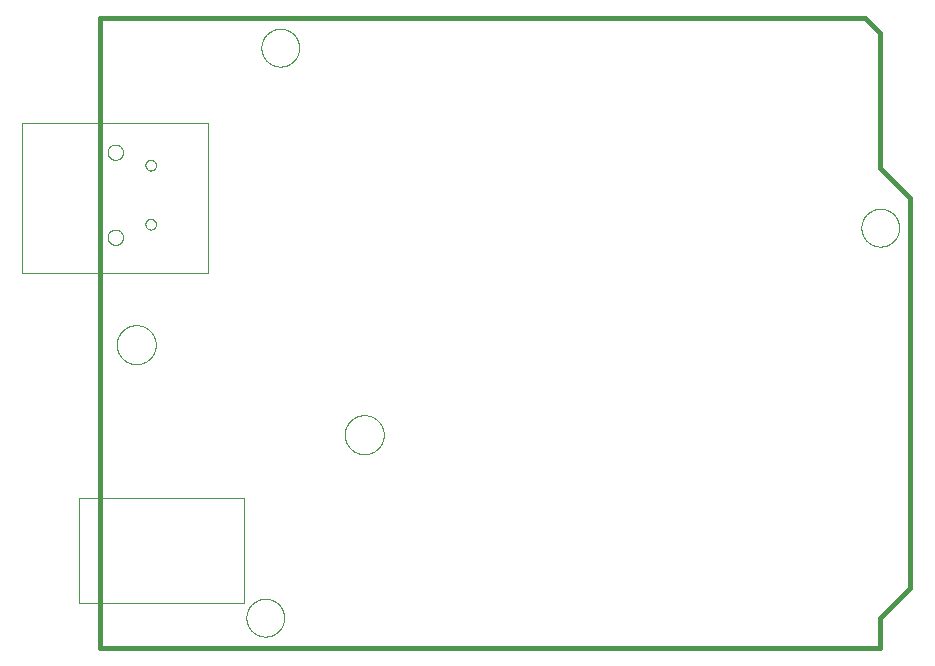
<source format=gbo>
G75*
%MOIN*%
%OFA0B0*%
%FSLAX25Y25*%
%IPPOS*%
%LPD*%
%AMOC8*
5,1,8,0,0,1.08239X$1,22.5*
%
%ADD10C,0.01600*%
%ADD11C,0.00000*%
D10*
X0027000Y0006800D02*
X0027000Y0216800D01*
X0282000Y0216800D01*
X0287000Y0211800D01*
X0287000Y0166800D01*
X0297000Y0156800D01*
X0297000Y0026800D01*
X0287000Y0016800D01*
X0287000Y0006800D01*
X0027000Y0006800D01*
D11*
X0027000Y0216800D01*
X0281000Y0216800D01*
X0287000Y0210800D01*
X0287000Y0165800D01*
X0297000Y0155800D01*
X0297000Y0026800D01*
X0287000Y0016800D01*
X0287000Y0006800D01*
X0027000Y0006800D01*
X0020000Y0021800D02*
X0020000Y0056800D01*
X0075000Y0056800D01*
X0075000Y0021800D01*
X0020000Y0021800D01*
X0075701Y0016800D02*
X0075703Y0016958D01*
X0075709Y0017116D01*
X0075719Y0017274D01*
X0075733Y0017432D01*
X0075751Y0017589D01*
X0075772Y0017746D01*
X0075798Y0017902D01*
X0075828Y0018058D01*
X0075861Y0018213D01*
X0075899Y0018366D01*
X0075940Y0018519D01*
X0075985Y0018671D01*
X0076034Y0018822D01*
X0076087Y0018971D01*
X0076143Y0019119D01*
X0076203Y0019265D01*
X0076267Y0019410D01*
X0076335Y0019553D01*
X0076406Y0019695D01*
X0076480Y0019835D01*
X0076558Y0019972D01*
X0076640Y0020108D01*
X0076724Y0020242D01*
X0076813Y0020373D01*
X0076904Y0020502D01*
X0076999Y0020629D01*
X0077096Y0020754D01*
X0077197Y0020876D01*
X0077301Y0020995D01*
X0077408Y0021112D01*
X0077518Y0021226D01*
X0077631Y0021337D01*
X0077746Y0021446D01*
X0077864Y0021551D01*
X0077985Y0021653D01*
X0078108Y0021753D01*
X0078234Y0021849D01*
X0078362Y0021942D01*
X0078492Y0022032D01*
X0078625Y0022118D01*
X0078760Y0022202D01*
X0078896Y0022281D01*
X0079035Y0022358D01*
X0079176Y0022430D01*
X0079318Y0022500D01*
X0079462Y0022565D01*
X0079608Y0022627D01*
X0079755Y0022685D01*
X0079904Y0022740D01*
X0080054Y0022791D01*
X0080205Y0022838D01*
X0080357Y0022881D01*
X0080510Y0022920D01*
X0080665Y0022956D01*
X0080820Y0022987D01*
X0080976Y0023015D01*
X0081132Y0023039D01*
X0081289Y0023059D01*
X0081447Y0023075D01*
X0081604Y0023087D01*
X0081763Y0023095D01*
X0081921Y0023099D01*
X0082079Y0023099D01*
X0082237Y0023095D01*
X0082396Y0023087D01*
X0082553Y0023075D01*
X0082711Y0023059D01*
X0082868Y0023039D01*
X0083024Y0023015D01*
X0083180Y0022987D01*
X0083335Y0022956D01*
X0083490Y0022920D01*
X0083643Y0022881D01*
X0083795Y0022838D01*
X0083946Y0022791D01*
X0084096Y0022740D01*
X0084245Y0022685D01*
X0084392Y0022627D01*
X0084538Y0022565D01*
X0084682Y0022500D01*
X0084824Y0022430D01*
X0084965Y0022358D01*
X0085104Y0022281D01*
X0085240Y0022202D01*
X0085375Y0022118D01*
X0085508Y0022032D01*
X0085638Y0021942D01*
X0085766Y0021849D01*
X0085892Y0021753D01*
X0086015Y0021653D01*
X0086136Y0021551D01*
X0086254Y0021446D01*
X0086369Y0021337D01*
X0086482Y0021226D01*
X0086592Y0021112D01*
X0086699Y0020995D01*
X0086803Y0020876D01*
X0086904Y0020754D01*
X0087001Y0020629D01*
X0087096Y0020502D01*
X0087187Y0020373D01*
X0087276Y0020242D01*
X0087360Y0020108D01*
X0087442Y0019972D01*
X0087520Y0019835D01*
X0087594Y0019695D01*
X0087665Y0019553D01*
X0087733Y0019410D01*
X0087797Y0019265D01*
X0087857Y0019119D01*
X0087913Y0018971D01*
X0087966Y0018822D01*
X0088015Y0018671D01*
X0088060Y0018519D01*
X0088101Y0018366D01*
X0088139Y0018213D01*
X0088172Y0018058D01*
X0088202Y0017902D01*
X0088228Y0017746D01*
X0088249Y0017589D01*
X0088267Y0017432D01*
X0088281Y0017274D01*
X0088291Y0017116D01*
X0088297Y0016958D01*
X0088299Y0016800D01*
X0088297Y0016642D01*
X0088291Y0016484D01*
X0088281Y0016326D01*
X0088267Y0016168D01*
X0088249Y0016011D01*
X0088228Y0015854D01*
X0088202Y0015698D01*
X0088172Y0015542D01*
X0088139Y0015387D01*
X0088101Y0015234D01*
X0088060Y0015081D01*
X0088015Y0014929D01*
X0087966Y0014778D01*
X0087913Y0014629D01*
X0087857Y0014481D01*
X0087797Y0014335D01*
X0087733Y0014190D01*
X0087665Y0014047D01*
X0087594Y0013905D01*
X0087520Y0013765D01*
X0087442Y0013628D01*
X0087360Y0013492D01*
X0087276Y0013358D01*
X0087187Y0013227D01*
X0087096Y0013098D01*
X0087001Y0012971D01*
X0086904Y0012846D01*
X0086803Y0012724D01*
X0086699Y0012605D01*
X0086592Y0012488D01*
X0086482Y0012374D01*
X0086369Y0012263D01*
X0086254Y0012154D01*
X0086136Y0012049D01*
X0086015Y0011947D01*
X0085892Y0011847D01*
X0085766Y0011751D01*
X0085638Y0011658D01*
X0085508Y0011568D01*
X0085375Y0011482D01*
X0085240Y0011398D01*
X0085104Y0011319D01*
X0084965Y0011242D01*
X0084824Y0011170D01*
X0084682Y0011100D01*
X0084538Y0011035D01*
X0084392Y0010973D01*
X0084245Y0010915D01*
X0084096Y0010860D01*
X0083946Y0010809D01*
X0083795Y0010762D01*
X0083643Y0010719D01*
X0083490Y0010680D01*
X0083335Y0010644D01*
X0083180Y0010613D01*
X0083024Y0010585D01*
X0082868Y0010561D01*
X0082711Y0010541D01*
X0082553Y0010525D01*
X0082396Y0010513D01*
X0082237Y0010505D01*
X0082079Y0010501D01*
X0081921Y0010501D01*
X0081763Y0010505D01*
X0081604Y0010513D01*
X0081447Y0010525D01*
X0081289Y0010541D01*
X0081132Y0010561D01*
X0080976Y0010585D01*
X0080820Y0010613D01*
X0080665Y0010644D01*
X0080510Y0010680D01*
X0080357Y0010719D01*
X0080205Y0010762D01*
X0080054Y0010809D01*
X0079904Y0010860D01*
X0079755Y0010915D01*
X0079608Y0010973D01*
X0079462Y0011035D01*
X0079318Y0011100D01*
X0079176Y0011170D01*
X0079035Y0011242D01*
X0078896Y0011319D01*
X0078760Y0011398D01*
X0078625Y0011482D01*
X0078492Y0011568D01*
X0078362Y0011658D01*
X0078234Y0011751D01*
X0078108Y0011847D01*
X0077985Y0011947D01*
X0077864Y0012049D01*
X0077746Y0012154D01*
X0077631Y0012263D01*
X0077518Y0012374D01*
X0077408Y0012488D01*
X0077301Y0012605D01*
X0077197Y0012724D01*
X0077096Y0012846D01*
X0076999Y0012971D01*
X0076904Y0013098D01*
X0076813Y0013227D01*
X0076724Y0013358D01*
X0076640Y0013492D01*
X0076558Y0013628D01*
X0076480Y0013765D01*
X0076406Y0013905D01*
X0076335Y0014047D01*
X0076267Y0014190D01*
X0076203Y0014335D01*
X0076143Y0014481D01*
X0076087Y0014629D01*
X0076034Y0014778D01*
X0075985Y0014929D01*
X0075940Y0015081D01*
X0075899Y0015234D01*
X0075861Y0015387D01*
X0075828Y0015542D01*
X0075798Y0015698D01*
X0075772Y0015854D01*
X0075751Y0016011D01*
X0075733Y0016168D01*
X0075719Y0016326D01*
X0075709Y0016484D01*
X0075703Y0016642D01*
X0075701Y0016800D01*
X0108500Y0077800D02*
X0108502Y0077961D01*
X0108508Y0078121D01*
X0108518Y0078282D01*
X0108532Y0078442D01*
X0108550Y0078602D01*
X0108571Y0078761D01*
X0108597Y0078920D01*
X0108627Y0079078D01*
X0108660Y0079235D01*
X0108698Y0079392D01*
X0108739Y0079547D01*
X0108784Y0079701D01*
X0108833Y0079854D01*
X0108886Y0080006D01*
X0108942Y0080157D01*
X0109003Y0080306D01*
X0109066Y0080454D01*
X0109134Y0080600D01*
X0109205Y0080744D01*
X0109279Y0080886D01*
X0109357Y0081027D01*
X0109439Y0081165D01*
X0109524Y0081302D01*
X0109612Y0081436D01*
X0109704Y0081568D01*
X0109799Y0081698D01*
X0109897Y0081826D01*
X0109998Y0081951D01*
X0110102Y0082073D01*
X0110209Y0082193D01*
X0110319Y0082310D01*
X0110432Y0082425D01*
X0110548Y0082536D01*
X0110667Y0082645D01*
X0110788Y0082750D01*
X0110912Y0082853D01*
X0111038Y0082953D01*
X0111166Y0083049D01*
X0111297Y0083142D01*
X0111431Y0083232D01*
X0111566Y0083319D01*
X0111704Y0083402D01*
X0111843Y0083482D01*
X0111985Y0083558D01*
X0112128Y0083631D01*
X0112273Y0083700D01*
X0112420Y0083766D01*
X0112568Y0083828D01*
X0112718Y0083886D01*
X0112869Y0083941D01*
X0113022Y0083992D01*
X0113176Y0084039D01*
X0113331Y0084082D01*
X0113487Y0084121D01*
X0113643Y0084157D01*
X0113801Y0084188D01*
X0113959Y0084216D01*
X0114118Y0084240D01*
X0114278Y0084260D01*
X0114438Y0084276D01*
X0114598Y0084288D01*
X0114759Y0084296D01*
X0114920Y0084300D01*
X0115080Y0084300D01*
X0115241Y0084296D01*
X0115402Y0084288D01*
X0115562Y0084276D01*
X0115722Y0084260D01*
X0115882Y0084240D01*
X0116041Y0084216D01*
X0116199Y0084188D01*
X0116357Y0084157D01*
X0116513Y0084121D01*
X0116669Y0084082D01*
X0116824Y0084039D01*
X0116978Y0083992D01*
X0117131Y0083941D01*
X0117282Y0083886D01*
X0117432Y0083828D01*
X0117580Y0083766D01*
X0117727Y0083700D01*
X0117872Y0083631D01*
X0118015Y0083558D01*
X0118157Y0083482D01*
X0118296Y0083402D01*
X0118434Y0083319D01*
X0118569Y0083232D01*
X0118703Y0083142D01*
X0118834Y0083049D01*
X0118962Y0082953D01*
X0119088Y0082853D01*
X0119212Y0082750D01*
X0119333Y0082645D01*
X0119452Y0082536D01*
X0119568Y0082425D01*
X0119681Y0082310D01*
X0119791Y0082193D01*
X0119898Y0082073D01*
X0120002Y0081951D01*
X0120103Y0081826D01*
X0120201Y0081698D01*
X0120296Y0081568D01*
X0120388Y0081436D01*
X0120476Y0081302D01*
X0120561Y0081165D01*
X0120643Y0081027D01*
X0120721Y0080886D01*
X0120795Y0080744D01*
X0120866Y0080600D01*
X0120934Y0080454D01*
X0120997Y0080306D01*
X0121058Y0080157D01*
X0121114Y0080006D01*
X0121167Y0079854D01*
X0121216Y0079701D01*
X0121261Y0079547D01*
X0121302Y0079392D01*
X0121340Y0079235D01*
X0121373Y0079078D01*
X0121403Y0078920D01*
X0121429Y0078761D01*
X0121450Y0078602D01*
X0121468Y0078442D01*
X0121482Y0078282D01*
X0121492Y0078121D01*
X0121498Y0077961D01*
X0121500Y0077800D01*
X0121498Y0077639D01*
X0121492Y0077479D01*
X0121482Y0077318D01*
X0121468Y0077158D01*
X0121450Y0076998D01*
X0121429Y0076839D01*
X0121403Y0076680D01*
X0121373Y0076522D01*
X0121340Y0076365D01*
X0121302Y0076208D01*
X0121261Y0076053D01*
X0121216Y0075899D01*
X0121167Y0075746D01*
X0121114Y0075594D01*
X0121058Y0075443D01*
X0120997Y0075294D01*
X0120934Y0075146D01*
X0120866Y0075000D01*
X0120795Y0074856D01*
X0120721Y0074714D01*
X0120643Y0074573D01*
X0120561Y0074435D01*
X0120476Y0074298D01*
X0120388Y0074164D01*
X0120296Y0074032D01*
X0120201Y0073902D01*
X0120103Y0073774D01*
X0120002Y0073649D01*
X0119898Y0073527D01*
X0119791Y0073407D01*
X0119681Y0073290D01*
X0119568Y0073175D01*
X0119452Y0073064D01*
X0119333Y0072955D01*
X0119212Y0072850D01*
X0119088Y0072747D01*
X0118962Y0072647D01*
X0118834Y0072551D01*
X0118703Y0072458D01*
X0118569Y0072368D01*
X0118434Y0072281D01*
X0118296Y0072198D01*
X0118157Y0072118D01*
X0118015Y0072042D01*
X0117872Y0071969D01*
X0117727Y0071900D01*
X0117580Y0071834D01*
X0117432Y0071772D01*
X0117282Y0071714D01*
X0117131Y0071659D01*
X0116978Y0071608D01*
X0116824Y0071561D01*
X0116669Y0071518D01*
X0116513Y0071479D01*
X0116357Y0071443D01*
X0116199Y0071412D01*
X0116041Y0071384D01*
X0115882Y0071360D01*
X0115722Y0071340D01*
X0115562Y0071324D01*
X0115402Y0071312D01*
X0115241Y0071304D01*
X0115080Y0071300D01*
X0114920Y0071300D01*
X0114759Y0071304D01*
X0114598Y0071312D01*
X0114438Y0071324D01*
X0114278Y0071340D01*
X0114118Y0071360D01*
X0113959Y0071384D01*
X0113801Y0071412D01*
X0113643Y0071443D01*
X0113487Y0071479D01*
X0113331Y0071518D01*
X0113176Y0071561D01*
X0113022Y0071608D01*
X0112869Y0071659D01*
X0112718Y0071714D01*
X0112568Y0071772D01*
X0112420Y0071834D01*
X0112273Y0071900D01*
X0112128Y0071969D01*
X0111985Y0072042D01*
X0111843Y0072118D01*
X0111704Y0072198D01*
X0111566Y0072281D01*
X0111431Y0072368D01*
X0111297Y0072458D01*
X0111166Y0072551D01*
X0111038Y0072647D01*
X0110912Y0072747D01*
X0110788Y0072850D01*
X0110667Y0072955D01*
X0110548Y0073064D01*
X0110432Y0073175D01*
X0110319Y0073290D01*
X0110209Y0073407D01*
X0110102Y0073527D01*
X0109998Y0073649D01*
X0109897Y0073774D01*
X0109799Y0073902D01*
X0109704Y0074032D01*
X0109612Y0074164D01*
X0109524Y0074298D01*
X0109439Y0074435D01*
X0109357Y0074573D01*
X0109279Y0074714D01*
X0109205Y0074856D01*
X0109134Y0075000D01*
X0109066Y0075146D01*
X0109003Y0075294D01*
X0108942Y0075443D01*
X0108886Y0075594D01*
X0108833Y0075746D01*
X0108784Y0075899D01*
X0108739Y0076053D01*
X0108698Y0076208D01*
X0108660Y0076365D01*
X0108627Y0076522D01*
X0108597Y0076680D01*
X0108571Y0076839D01*
X0108550Y0076998D01*
X0108532Y0077158D01*
X0108518Y0077318D01*
X0108508Y0077479D01*
X0108502Y0077639D01*
X0108500Y0077800D01*
X0032500Y0107800D02*
X0032502Y0107961D01*
X0032508Y0108121D01*
X0032518Y0108282D01*
X0032532Y0108442D01*
X0032550Y0108602D01*
X0032571Y0108761D01*
X0032597Y0108920D01*
X0032627Y0109078D01*
X0032660Y0109235D01*
X0032698Y0109392D01*
X0032739Y0109547D01*
X0032784Y0109701D01*
X0032833Y0109854D01*
X0032886Y0110006D01*
X0032942Y0110157D01*
X0033003Y0110306D01*
X0033066Y0110454D01*
X0033134Y0110600D01*
X0033205Y0110744D01*
X0033279Y0110886D01*
X0033357Y0111027D01*
X0033439Y0111165D01*
X0033524Y0111302D01*
X0033612Y0111436D01*
X0033704Y0111568D01*
X0033799Y0111698D01*
X0033897Y0111826D01*
X0033998Y0111951D01*
X0034102Y0112073D01*
X0034209Y0112193D01*
X0034319Y0112310D01*
X0034432Y0112425D01*
X0034548Y0112536D01*
X0034667Y0112645D01*
X0034788Y0112750D01*
X0034912Y0112853D01*
X0035038Y0112953D01*
X0035166Y0113049D01*
X0035297Y0113142D01*
X0035431Y0113232D01*
X0035566Y0113319D01*
X0035704Y0113402D01*
X0035843Y0113482D01*
X0035985Y0113558D01*
X0036128Y0113631D01*
X0036273Y0113700D01*
X0036420Y0113766D01*
X0036568Y0113828D01*
X0036718Y0113886D01*
X0036869Y0113941D01*
X0037022Y0113992D01*
X0037176Y0114039D01*
X0037331Y0114082D01*
X0037487Y0114121D01*
X0037643Y0114157D01*
X0037801Y0114188D01*
X0037959Y0114216D01*
X0038118Y0114240D01*
X0038278Y0114260D01*
X0038438Y0114276D01*
X0038598Y0114288D01*
X0038759Y0114296D01*
X0038920Y0114300D01*
X0039080Y0114300D01*
X0039241Y0114296D01*
X0039402Y0114288D01*
X0039562Y0114276D01*
X0039722Y0114260D01*
X0039882Y0114240D01*
X0040041Y0114216D01*
X0040199Y0114188D01*
X0040357Y0114157D01*
X0040513Y0114121D01*
X0040669Y0114082D01*
X0040824Y0114039D01*
X0040978Y0113992D01*
X0041131Y0113941D01*
X0041282Y0113886D01*
X0041432Y0113828D01*
X0041580Y0113766D01*
X0041727Y0113700D01*
X0041872Y0113631D01*
X0042015Y0113558D01*
X0042157Y0113482D01*
X0042296Y0113402D01*
X0042434Y0113319D01*
X0042569Y0113232D01*
X0042703Y0113142D01*
X0042834Y0113049D01*
X0042962Y0112953D01*
X0043088Y0112853D01*
X0043212Y0112750D01*
X0043333Y0112645D01*
X0043452Y0112536D01*
X0043568Y0112425D01*
X0043681Y0112310D01*
X0043791Y0112193D01*
X0043898Y0112073D01*
X0044002Y0111951D01*
X0044103Y0111826D01*
X0044201Y0111698D01*
X0044296Y0111568D01*
X0044388Y0111436D01*
X0044476Y0111302D01*
X0044561Y0111165D01*
X0044643Y0111027D01*
X0044721Y0110886D01*
X0044795Y0110744D01*
X0044866Y0110600D01*
X0044934Y0110454D01*
X0044997Y0110306D01*
X0045058Y0110157D01*
X0045114Y0110006D01*
X0045167Y0109854D01*
X0045216Y0109701D01*
X0045261Y0109547D01*
X0045302Y0109392D01*
X0045340Y0109235D01*
X0045373Y0109078D01*
X0045403Y0108920D01*
X0045429Y0108761D01*
X0045450Y0108602D01*
X0045468Y0108442D01*
X0045482Y0108282D01*
X0045492Y0108121D01*
X0045498Y0107961D01*
X0045500Y0107800D01*
X0045498Y0107639D01*
X0045492Y0107479D01*
X0045482Y0107318D01*
X0045468Y0107158D01*
X0045450Y0106998D01*
X0045429Y0106839D01*
X0045403Y0106680D01*
X0045373Y0106522D01*
X0045340Y0106365D01*
X0045302Y0106208D01*
X0045261Y0106053D01*
X0045216Y0105899D01*
X0045167Y0105746D01*
X0045114Y0105594D01*
X0045058Y0105443D01*
X0044997Y0105294D01*
X0044934Y0105146D01*
X0044866Y0105000D01*
X0044795Y0104856D01*
X0044721Y0104714D01*
X0044643Y0104573D01*
X0044561Y0104435D01*
X0044476Y0104298D01*
X0044388Y0104164D01*
X0044296Y0104032D01*
X0044201Y0103902D01*
X0044103Y0103774D01*
X0044002Y0103649D01*
X0043898Y0103527D01*
X0043791Y0103407D01*
X0043681Y0103290D01*
X0043568Y0103175D01*
X0043452Y0103064D01*
X0043333Y0102955D01*
X0043212Y0102850D01*
X0043088Y0102747D01*
X0042962Y0102647D01*
X0042834Y0102551D01*
X0042703Y0102458D01*
X0042569Y0102368D01*
X0042434Y0102281D01*
X0042296Y0102198D01*
X0042157Y0102118D01*
X0042015Y0102042D01*
X0041872Y0101969D01*
X0041727Y0101900D01*
X0041580Y0101834D01*
X0041432Y0101772D01*
X0041282Y0101714D01*
X0041131Y0101659D01*
X0040978Y0101608D01*
X0040824Y0101561D01*
X0040669Y0101518D01*
X0040513Y0101479D01*
X0040357Y0101443D01*
X0040199Y0101412D01*
X0040041Y0101384D01*
X0039882Y0101360D01*
X0039722Y0101340D01*
X0039562Y0101324D01*
X0039402Y0101312D01*
X0039241Y0101304D01*
X0039080Y0101300D01*
X0038920Y0101300D01*
X0038759Y0101304D01*
X0038598Y0101312D01*
X0038438Y0101324D01*
X0038278Y0101340D01*
X0038118Y0101360D01*
X0037959Y0101384D01*
X0037801Y0101412D01*
X0037643Y0101443D01*
X0037487Y0101479D01*
X0037331Y0101518D01*
X0037176Y0101561D01*
X0037022Y0101608D01*
X0036869Y0101659D01*
X0036718Y0101714D01*
X0036568Y0101772D01*
X0036420Y0101834D01*
X0036273Y0101900D01*
X0036128Y0101969D01*
X0035985Y0102042D01*
X0035843Y0102118D01*
X0035704Y0102198D01*
X0035566Y0102281D01*
X0035431Y0102368D01*
X0035297Y0102458D01*
X0035166Y0102551D01*
X0035038Y0102647D01*
X0034912Y0102747D01*
X0034788Y0102850D01*
X0034667Y0102955D01*
X0034548Y0103064D01*
X0034432Y0103175D01*
X0034319Y0103290D01*
X0034209Y0103407D01*
X0034102Y0103527D01*
X0033998Y0103649D01*
X0033897Y0103774D01*
X0033799Y0103902D01*
X0033704Y0104032D01*
X0033612Y0104164D01*
X0033524Y0104298D01*
X0033439Y0104435D01*
X0033357Y0104573D01*
X0033279Y0104714D01*
X0033205Y0104856D01*
X0033134Y0105000D01*
X0033066Y0105146D01*
X0033003Y0105294D01*
X0032942Y0105443D01*
X0032886Y0105594D01*
X0032833Y0105746D01*
X0032784Y0105899D01*
X0032739Y0106053D01*
X0032698Y0106208D01*
X0032660Y0106365D01*
X0032627Y0106522D01*
X0032597Y0106680D01*
X0032571Y0106839D01*
X0032550Y0106998D01*
X0032532Y0107158D01*
X0032518Y0107318D01*
X0032508Y0107479D01*
X0032502Y0107639D01*
X0032500Y0107800D01*
X0063000Y0131800D02*
X0001000Y0131800D01*
X0001000Y0181800D01*
X0063000Y0181800D01*
X0063000Y0131800D01*
X0042039Y0147957D02*
X0042041Y0148041D01*
X0042047Y0148124D01*
X0042057Y0148207D01*
X0042071Y0148290D01*
X0042088Y0148372D01*
X0042110Y0148453D01*
X0042135Y0148532D01*
X0042164Y0148611D01*
X0042197Y0148688D01*
X0042233Y0148763D01*
X0042273Y0148837D01*
X0042316Y0148909D01*
X0042363Y0148978D01*
X0042413Y0149045D01*
X0042466Y0149110D01*
X0042522Y0149172D01*
X0042580Y0149232D01*
X0042642Y0149289D01*
X0042706Y0149342D01*
X0042773Y0149393D01*
X0042842Y0149440D01*
X0042913Y0149485D01*
X0042986Y0149525D01*
X0043061Y0149562D01*
X0043138Y0149596D01*
X0043216Y0149626D01*
X0043295Y0149652D01*
X0043376Y0149675D01*
X0043458Y0149693D01*
X0043540Y0149708D01*
X0043623Y0149719D01*
X0043706Y0149726D01*
X0043790Y0149729D01*
X0043874Y0149728D01*
X0043957Y0149723D01*
X0044041Y0149714D01*
X0044123Y0149701D01*
X0044205Y0149685D01*
X0044286Y0149664D01*
X0044367Y0149640D01*
X0044445Y0149612D01*
X0044523Y0149580D01*
X0044599Y0149544D01*
X0044673Y0149505D01*
X0044745Y0149463D01*
X0044815Y0149417D01*
X0044883Y0149368D01*
X0044948Y0149316D01*
X0045011Y0149261D01*
X0045071Y0149203D01*
X0045129Y0149142D01*
X0045183Y0149078D01*
X0045235Y0149012D01*
X0045283Y0148944D01*
X0045328Y0148873D01*
X0045369Y0148800D01*
X0045408Y0148726D01*
X0045442Y0148650D01*
X0045473Y0148572D01*
X0045500Y0148493D01*
X0045524Y0148412D01*
X0045543Y0148331D01*
X0045559Y0148249D01*
X0045571Y0148166D01*
X0045579Y0148082D01*
X0045583Y0147999D01*
X0045583Y0147915D01*
X0045579Y0147832D01*
X0045571Y0147748D01*
X0045559Y0147665D01*
X0045543Y0147583D01*
X0045524Y0147502D01*
X0045500Y0147421D01*
X0045473Y0147342D01*
X0045442Y0147264D01*
X0045408Y0147188D01*
X0045369Y0147114D01*
X0045328Y0147041D01*
X0045283Y0146970D01*
X0045235Y0146902D01*
X0045183Y0146836D01*
X0045129Y0146772D01*
X0045071Y0146711D01*
X0045011Y0146653D01*
X0044948Y0146598D01*
X0044883Y0146546D01*
X0044815Y0146497D01*
X0044745Y0146451D01*
X0044673Y0146409D01*
X0044599Y0146370D01*
X0044523Y0146334D01*
X0044445Y0146302D01*
X0044367Y0146274D01*
X0044286Y0146250D01*
X0044205Y0146229D01*
X0044123Y0146213D01*
X0044041Y0146200D01*
X0043957Y0146191D01*
X0043874Y0146186D01*
X0043790Y0146185D01*
X0043706Y0146188D01*
X0043623Y0146195D01*
X0043540Y0146206D01*
X0043458Y0146221D01*
X0043376Y0146239D01*
X0043295Y0146262D01*
X0043216Y0146288D01*
X0043138Y0146318D01*
X0043061Y0146352D01*
X0042986Y0146389D01*
X0042913Y0146429D01*
X0042842Y0146474D01*
X0042773Y0146521D01*
X0042706Y0146572D01*
X0042642Y0146625D01*
X0042580Y0146682D01*
X0042522Y0146742D01*
X0042466Y0146804D01*
X0042413Y0146869D01*
X0042363Y0146936D01*
X0042316Y0147005D01*
X0042273Y0147077D01*
X0042233Y0147151D01*
X0042197Y0147226D01*
X0042164Y0147303D01*
X0042135Y0147382D01*
X0042110Y0147461D01*
X0042088Y0147542D01*
X0042071Y0147624D01*
X0042057Y0147707D01*
X0042047Y0147790D01*
X0042041Y0147873D01*
X0042039Y0147957D01*
X0029441Y0143627D02*
X0029443Y0143728D01*
X0029449Y0143829D01*
X0029459Y0143930D01*
X0029473Y0144030D01*
X0029491Y0144129D01*
X0029513Y0144228D01*
X0029538Y0144326D01*
X0029568Y0144423D01*
X0029601Y0144518D01*
X0029638Y0144612D01*
X0029679Y0144705D01*
X0029723Y0144796D01*
X0029771Y0144885D01*
X0029823Y0144972D01*
X0029878Y0145057D01*
X0029936Y0145139D01*
X0029997Y0145220D01*
X0030062Y0145298D01*
X0030129Y0145373D01*
X0030199Y0145445D01*
X0030273Y0145515D01*
X0030349Y0145582D01*
X0030427Y0145646D01*
X0030508Y0145706D01*
X0030591Y0145763D01*
X0030677Y0145817D01*
X0030765Y0145868D01*
X0030854Y0145915D01*
X0030945Y0145959D01*
X0031038Y0145998D01*
X0031133Y0146035D01*
X0031228Y0146067D01*
X0031325Y0146096D01*
X0031424Y0146120D01*
X0031522Y0146141D01*
X0031622Y0146158D01*
X0031722Y0146171D01*
X0031823Y0146180D01*
X0031924Y0146185D01*
X0032025Y0146186D01*
X0032126Y0146183D01*
X0032227Y0146176D01*
X0032328Y0146165D01*
X0032428Y0146150D01*
X0032527Y0146131D01*
X0032626Y0146108D01*
X0032723Y0146082D01*
X0032820Y0146051D01*
X0032915Y0146017D01*
X0033008Y0145979D01*
X0033101Y0145937D01*
X0033191Y0145892D01*
X0033280Y0145843D01*
X0033366Y0145791D01*
X0033450Y0145735D01*
X0033533Y0145676D01*
X0033612Y0145614D01*
X0033690Y0145549D01*
X0033764Y0145481D01*
X0033836Y0145409D01*
X0033905Y0145336D01*
X0033971Y0145259D01*
X0034034Y0145180D01*
X0034094Y0145098D01*
X0034150Y0145014D01*
X0034203Y0144928D01*
X0034253Y0144840D01*
X0034299Y0144750D01*
X0034342Y0144659D01*
X0034381Y0144565D01*
X0034416Y0144470D01*
X0034447Y0144374D01*
X0034475Y0144277D01*
X0034499Y0144179D01*
X0034519Y0144080D01*
X0034535Y0143980D01*
X0034547Y0143879D01*
X0034555Y0143779D01*
X0034559Y0143678D01*
X0034559Y0143576D01*
X0034555Y0143475D01*
X0034547Y0143375D01*
X0034535Y0143274D01*
X0034519Y0143174D01*
X0034499Y0143075D01*
X0034475Y0142977D01*
X0034447Y0142880D01*
X0034416Y0142784D01*
X0034381Y0142689D01*
X0034342Y0142595D01*
X0034299Y0142504D01*
X0034253Y0142414D01*
X0034203Y0142326D01*
X0034150Y0142240D01*
X0034094Y0142156D01*
X0034034Y0142074D01*
X0033971Y0141995D01*
X0033905Y0141918D01*
X0033836Y0141845D01*
X0033764Y0141773D01*
X0033690Y0141705D01*
X0033612Y0141640D01*
X0033533Y0141578D01*
X0033450Y0141519D01*
X0033366Y0141463D01*
X0033279Y0141411D01*
X0033191Y0141362D01*
X0033101Y0141317D01*
X0033008Y0141275D01*
X0032915Y0141237D01*
X0032820Y0141203D01*
X0032723Y0141172D01*
X0032626Y0141146D01*
X0032527Y0141123D01*
X0032428Y0141104D01*
X0032328Y0141089D01*
X0032227Y0141078D01*
X0032126Y0141071D01*
X0032025Y0141068D01*
X0031924Y0141069D01*
X0031823Y0141074D01*
X0031722Y0141083D01*
X0031622Y0141096D01*
X0031522Y0141113D01*
X0031424Y0141134D01*
X0031325Y0141158D01*
X0031228Y0141187D01*
X0031133Y0141219D01*
X0031038Y0141256D01*
X0030945Y0141295D01*
X0030854Y0141339D01*
X0030765Y0141386D01*
X0030677Y0141437D01*
X0030591Y0141491D01*
X0030508Y0141548D01*
X0030427Y0141608D01*
X0030349Y0141672D01*
X0030273Y0141739D01*
X0030199Y0141809D01*
X0030129Y0141881D01*
X0030062Y0141956D01*
X0029997Y0142034D01*
X0029936Y0142115D01*
X0029878Y0142197D01*
X0029823Y0142282D01*
X0029771Y0142369D01*
X0029723Y0142458D01*
X0029679Y0142549D01*
X0029638Y0142642D01*
X0029601Y0142736D01*
X0029568Y0142831D01*
X0029538Y0142928D01*
X0029513Y0143026D01*
X0029491Y0143125D01*
X0029473Y0143224D01*
X0029459Y0143324D01*
X0029449Y0143425D01*
X0029443Y0143526D01*
X0029441Y0143627D01*
X0042039Y0167643D02*
X0042041Y0167727D01*
X0042047Y0167810D01*
X0042057Y0167893D01*
X0042071Y0167976D01*
X0042088Y0168058D01*
X0042110Y0168139D01*
X0042135Y0168218D01*
X0042164Y0168297D01*
X0042197Y0168374D01*
X0042233Y0168449D01*
X0042273Y0168523D01*
X0042316Y0168595D01*
X0042363Y0168664D01*
X0042413Y0168731D01*
X0042466Y0168796D01*
X0042522Y0168858D01*
X0042580Y0168918D01*
X0042642Y0168975D01*
X0042706Y0169028D01*
X0042773Y0169079D01*
X0042842Y0169126D01*
X0042913Y0169171D01*
X0042986Y0169211D01*
X0043061Y0169248D01*
X0043138Y0169282D01*
X0043216Y0169312D01*
X0043295Y0169338D01*
X0043376Y0169361D01*
X0043458Y0169379D01*
X0043540Y0169394D01*
X0043623Y0169405D01*
X0043706Y0169412D01*
X0043790Y0169415D01*
X0043874Y0169414D01*
X0043957Y0169409D01*
X0044041Y0169400D01*
X0044123Y0169387D01*
X0044205Y0169371D01*
X0044286Y0169350D01*
X0044367Y0169326D01*
X0044445Y0169298D01*
X0044523Y0169266D01*
X0044599Y0169230D01*
X0044673Y0169191D01*
X0044745Y0169149D01*
X0044815Y0169103D01*
X0044883Y0169054D01*
X0044948Y0169002D01*
X0045011Y0168947D01*
X0045071Y0168889D01*
X0045129Y0168828D01*
X0045183Y0168764D01*
X0045235Y0168698D01*
X0045283Y0168630D01*
X0045328Y0168559D01*
X0045369Y0168486D01*
X0045408Y0168412D01*
X0045442Y0168336D01*
X0045473Y0168258D01*
X0045500Y0168179D01*
X0045524Y0168098D01*
X0045543Y0168017D01*
X0045559Y0167935D01*
X0045571Y0167852D01*
X0045579Y0167768D01*
X0045583Y0167685D01*
X0045583Y0167601D01*
X0045579Y0167518D01*
X0045571Y0167434D01*
X0045559Y0167351D01*
X0045543Y0167269D01*
X0045524Y0167188D01*
X0045500Y0167107D01*
X0045473Y0167028D01*
X0045442Y0166950D01*
X0045408Y0166874D01*
X0045369Y0166800D01*
X0045328Y0166727D01*
X0045283Y0166656D01*
X0045235Y0166588D01*
X0045183Y0166522D01*
X0045129Y0166458D01*
X0045071Y0166397D01*
X0045011Y0166339D01*
X0044948Y0166284D01*
X0044883Y0166232D01*
X0044815Y0166183D01*
X0044745Y0166137D01*
X0044673Y0166095D01*
X0044599Y0166056D01*
X0044523Y0166020D01*
X0044445Y0165988D01*
X0044367Y0165960D01*
X0044286Y0165936D01*
X0044205Y0165915D01*
X0044123Y0165899D01*
X0044041Y0165886D01*
X0043957Y0165877D01*
X0043874Y0165872D01*
X0043790Y0165871D01*
X0043706Y0165874D01*
X0043623Y0165881D01*
X0043540Y0165892D01*
X0043458Y0165907D01*
X0043376Y0165925D01*
X0043295Y0165948D01*
X0043216Y0165974D01*
X0043138Y0166004D01*
X0043061Y0166038D01*
X0042986Y0166075D01*
X0042913Y0166115D01*
X0042842Y0166160D01*
X0042773Y0166207D01*
X0042706Y0166258D01*
X0042642Y0166311D01*
X0042580Y0166368D01*
X0042522Y0166428D01*
X0042466Y0166490D01*
X0042413Y0166555D01*
X0042363Y0166622D01*
X0042316Y0166691D01*
X0042273Y0166763D01*
X0042233Y0166837D01*
X0042197Y0166912D01*
X0042164Y0166989D01*
X0042135Y0167068D01*
X0042110Y0167147D01*
X0042088Y0167228D01*
X0042071Y0167310D01*
X0042057Y0167393D01*
X0042047Y0167476D01*
X0042041Y0167559D01*
X0042039Y0167643D01*
X0029441Y0171973D02*
X0029443Y0172074D01*
X0029449Y0172175D01*
X0029459Y0172276D01*
X0029473Y0172376D01*
X0029491Y0172475D01*
X0029513Y0172574D01*
X0029538Y0172672D01*
X0029568Y0172769D01*
X0029601Y0172864D01*
X0029638Y0172958D01*
X0029679Y0173051D01*
X0029723Y0173142D01*
X0029771Y0173231D01*
X0029823Y0173318D01*
X0029878Y0173403D01*
X0029936Y0173485D01*
X0029997Y0173566D01*
X0030062Y0173644D01*
X0030129Y0173719D01*
X0030199Y0173791D01*
X0030273Y0173861D01*
X0030349Y0173928D01*
X0030427Y0173992D01*
X0030508Y0174052D01*
X0030591Y0174109D01*
X0030677Y0174163D01*
X0030765Y0174214D01*
X0030854Y0174261D01*
X0030945Y0174305D01*
X0031038Y0174344D01*
X0031133Y0174381D01*
X0031228Y0174413D01*
X0031325Y0174442D01*
X0031424Y0174466D01*
X0031522Y0174487D01*
X0031622Y0174504D01*
X0031722Y0174517D01*
X0031823Y0174526D01*
X0031924Y0174531D01*
X0032025Y0174532D01*
X0032126Y0174529D01*
X0032227Y0174522D01*
X0032328Y0174511D01*
X0032428Y0174496D01*
X0032527Y0174477D01*
X0032626Y0174454D01*
X0032723Y0174428D01*
X0032820Y0174397D01*
X0032915Y0174363D01*
X0033008Y0174325D01*
X0033101Y0174283D01*
X0033191Y0174238D01*
X0033280Y0174189D01*
X0033366Y0174137D01*
X0033450Y0174081D01*
X0033533Y0174022D01*
X0033612Y0173960D01*
X0033690Y0173895D01*
X0033764Y0173827D01*
X0033836Y0173755D01*
X0033905Y0173682D01*
X0033971Y0173605D01*
X0034034Y0173526D01*
X0034094Y0173444D01*
X0034150Y0173360D01*
X0034203Y0173274D01*
X0034253Y0173186D01*
X0034299Y0173096D01*
X0034342Y0173005D01*
X0034381Y0172911D01*
X0034416Y0172816D01*
X0034447Y0172720D01*
X0034475Y0172623D01*
X0034499Y0172525D01*
X0034519Y0172426D01*
X0034535Y0172326D01*
X0034547Y0172225D01*
X0034555Y0172125D01*
X0034559Y0172024D01*
X0034559Y0171922D01*
X0034555Y0171821D01*
X0034547Y0171721D01*
X0034535Y0171620D01*
X0034519Y0171520D01*
X0034499Y0171421D01*
X0034475Y0171323D01*
X0034447Y0171226D01*
X0034416Y0171130D01*
X0034381Y0171035D01*
X0034342Y0170941D01*
X0034299Y0170850D01*
X0034253Y0170760D01*
X0034203Y0170672D01*
X0034150Y0170586D01*
X0034094Y0170502D01*
X0034034Y0170420D01*
X0033971Y0170341D01*
X0033905Y0170264D01*
X0033836Y0170191D01*
X0033764Y0170119D01*
X0033690Y0170051D01*
X0033612Y0169986D01*
X0033533Y0169924D01*
X0033450Y0169865D01*
X0033366Y0169809D01*
X0033279Y0169757D01*
X0033191Y0169708D01*
X0033101Y0169663D01*
X0033008Y0169621D01*
X0032915Y0169583D01*
X0032820Y0169549D01*
X0032723Y0169518D01*
X0032626Y0169492D01*
X0032527Y0169469D01*
X0032428Y0169450D01*
X0032328Y0169435D01*
X0032227Y0169424D01*
X0032126Y0169417D01*
X0032025Y0169414D01*
X0031924Y0169415D01*
X0031823Y0169420D01*
X0031722Y0169429D01*
X0031622Y0169442D01*
X0031522Y0169459D01*
X0031424Y0169480D01*
X0031325Y0169504D01*
X0031228Y0169533D01*
X0031133Y0169565D01*
X0031038Y0169602D01*
X0030945Y0169641D01*
X0030854Y0169685D01*
X0030765Y0169732D01*
X0030677Y0169783D01*
X0030591Y0169837D01*
X0030508Y0169894D01*
X0030427Y0169954D01*
X0030349Y0170018D01*
X0030273Y0170085D01*
X0030199Y0170155D01*
X0030129Y0170227D01*
X0030062Y0170302D01*
X0029997Y0170380D01*
X0029936Y0170461D01*
X0029878Y0170543D01*
X0029823Y0170628D01*
X0029771Y0170715D01*
X0029723Y0170804D01*
X0029679Y0170895D01*
X0029638Y0170988D01*
X0029601Y0171082D01*
X0029568Y0171177D01*
X0029538Y0171274D01*
X0029513Y0171372D01*
X0029491Y0171471D01*
X0029473Y0171570D01*
X0029459Y0171670D01*
X0029449Y0171771D01*
X0029443Y0171872D01*
X0029441Y0171973D01*
X0080701Y0206800D02*
X0080703Y0206958D01*
X0080709Y0207116D01*
X0080719Y0207274D01*
X0080733Y0207432D01*
X0080751Y0207589D01*
X0080772Y0207746D01*
X0080798Y0207902D01*
X0080828Y0208058D01*
X0080861Y0208213D01*
X0080899Y0208366D01*
X0080940Y0208519D01*
X0080985Y0208671D01*
X0081034Y0208822D01*
X0081087Y0208971D01*
X0081143Y0209119D01*
X0081203Y0209265D01*
X0081267Y0209410D01*
X0081335Y0209553D01*
X0081406Y0209695D01*
X0081480Y0209835D01*
X0081558Y0209972D01*
X0081640Y0210108D01*
X0081724Y0210242D01*
X0081813Y0210373D01*
X0081904Y0210502D01*
X0081999Y0210629D01*
X0082096Y0210754D01*
X0082197Y0210876D01*
X0082301Y0210995D01*
X0082408Y0211112D01*
X0082518Y0211226D01*
X0082631Y0211337D01*
X0082746Y0211446D01*
X0082864Y0211551D01*
X0082985Y0211653D01*
X0083108Y0211753D01*
X0083234Y0211849D01*
X0083362Y0211942D01*
X0083492Y0212032D01*
X0083625Y0212118D01*
X0083760Y0212202D01*
X0083896Y0212281D01*
X0084035Y0212358D01*
X0084176Y0212430D01*
X0084318Y0212500D01*
X0084462Y0212565D01*
X0084608Y0212627D01*
X0084755Y0212685D01*
X0084904Y0212740D01*
X0085054Y0212791D01*
X0085205Y0212838D01*
X0085357Y0212881D01*
X0085510Y0212920D01*
X0085665Y0212956D01*
X0085820Y0212987D01*
X0085976Y0213015D01*
X0086132Y0213039D01*
X0086289Y0213059D01*
X0086447Y0213075D01*
X0086604Y0213087D01*
X0086763Y0213095D01*
X0086921Y0213099D01*
X0087079Y0213099D01*
X0087237Y0213095D01*
X0087396Y0213087D01*
X0087553Y0213075D01*
X0087711Y0213059D01*
X0087868Y0213039D01*
X0088024Y0213015D01*
X0088180Y0212987D01*
X0088335Y0212956D01*
X0088490Y0212920D01*
X0088643Y0212881D01*
X0088795Y0212838D01*
X0088946Y0212791D01*
X0089096Y0212740D01*
X0089245Y0212685D01*
X0089392Y0212627D01*
X0089538Y0212565D01*
X0089682Y0212500D01*
X0089824Y0212430D01*
X0089965Y0212358D01*
X0090104Y0212281D01*
X0090240Y0212202D01*
X0090375Y0212118D01*
X0090508Y0212032D01*
X0090638Y0211942D01*
X0090766Y0211849D01*
X0090892Y0211753D01*
X0091015Y0211653D01*
X0091136Y0211551D01*
X0091254Y0211446D01*
X0091369Y0211337D01*
X0091482Y0211226D01*
X0091592Y0211112D01*
X0091699Y0210995D01*
X0091803Y0210876D01*
X0091904Y0210754D01*
X0092001Y0210629D01*
X0092096Y0210502D01*
X0092187Y0210373D01*
X0092276Y0210242D01*
X0092360Y0210108D01*
X0092442Y0209972D01*
X0092520Y0209835D01*
X0092594Y0209695D01*
X0092665Y0209553D01*
X0092733Y0209410D01*
X0092797Y0209265D01*
X0092857Y0209119D01*
X0092913Y0208971D01*
X0092966Y0208822D01*
X0093015Y0208671D01*
X0093060Y0208519D01*
X0093101Y0208366D01*
X0093139Y0208213D01*
X0093172Y0208058D01*
X0093202Y0207902D01*
X0093228Y0207746D01*
X0093249Y0207589D01*
X0093267Y0207432D01*
X0093281Y0207274D01*
X0093291Y0207116D01*
X0093297Y0206958D01*
X0093299Y0206800D01*
X0093297Y0206642D01*
X0093291Y0206484D01*
X0093281Y0206326D01*
X0093267Y0206168D01*
X0093249Y0206011D01*
X0093228Y0205854D01*
X0093202Y0205698D01*
X0093172Y0205542D01*
X0093139Y0205387D01*
X0093101Y0205234D01*
X0093060Y0205081D01*
X0093015Y0204929D01*
X0092966Y0204778D01*
X0092913Y0204629D01*
X0092857Y0204481D01*
X0092797Y0204335D01*
X0092733Y0204190D01*
X0092665Y0204047D01*
X0092594Y0203905D01*
X0092520Y0203765D01*
X0092442Y0203628D01*
X0092360Y0203492D01*
X0092276Y0203358D01*
X0092187Y0203227D01*
X0092096Y0203098D01*
X0092001Y0202971D01*
X0091904Y0202846D01*
X0091803Y0202724D01*
X0091699Y0202605D01*
X0091592Y0202488D01*
X0091482Y0202374D01*
X0091369Y0202263D01*
X0091254Y0202154D01*
X0091136Y0202049D01*
X0091015Y0201947D01*
X0090892Y0201847D01*
X0090766Y0201751D01*
X0090638Y0201658D01*
X0090508Y0201568D01*
X0090375Y0201482D01*
X0090240Y0201398D01*
X0090104Y0201319D01*
X0089965Y0201242D01*
X0089824Y0201170D01*
X0089682Y0201100D01*
X0089538Y0201035D01*
X0089392Y0200973D01*
X0089245Y0200915D01*
X0089096Y0200860D01*
X0088946Y0200809D01*
X0088795Y0200762D01*
X0088643Y0200719D01*
X0088490Y0200680D01*
X0088335Y0200644D01*
X0088180Y0200613D01*
X0088024Y0200585D01*
X0087868Y0200561D01*
X0087711Y0200541D01*
X0087553Y0200525D01*
X0087396Y0200513D01*
X0087237Y0200505D01*
X0087079Y0200501D01*
X0086921Y0200501D01*
X0086763Y0200505D01*
X0086604Y0200513D01*
X0086447Y0200525D01*
X0086289Y0200541D01*
X0086132Y0200561D01*
X0085976Y0200585D01*
X0085820Y0200613D01*
X0085665Y0200644D01*
X0085510Y0200680D01*
X0085357Y0200719D01*
X0085205Y0200762D01*
X0085054Y0200809D01*
X0084904Y0200860D01*
X0084755Y0200915D01*
X0084608Y0200973D01*
X0084462Y0201035D01*
X0084318Y0201100D01*
X0084176Y0201170D01*
X0084035Y0201242D01*
X0083896Y0201319D01*
X0083760Y0201398D01*
X0083625Y0201482D01*
X0083492Y0201568D01*
X0083362Y0201658D01*
X0083234Y0201751D01*
X0083108Y0201847D01*
X0082985Y0201947D01*
X0082864Y0202049D01*
X0082746Y0202154D01*
X0082631Y0202263D01*
X0082518Y0202374D01*
X0082408Y0202488D01*
X0082301Y0202605D01*
X0082197Y0202724D01*
X0082096Y0202846D01*
X0081999Y0202971D01*
X0081904Y0203098D01*
X0081813Y0203227D01*
X0081724Y0203358D01*
X0081640Y0203492D01*
X0081558Y0203628D01*
X0081480Y0203765D01*
X0081406Y0203905D01*
X0081335Y0204047D01*
X0081267Y0204190D01*
X0081203Y0204335D01*
X0081143Y0204481D01*
X0081087Y0204629D01*
X0081034Y0204778D01*
X0080985Y0204929D01*
X0080940Y0205081D01*
X0080899Y0205234D01*
X0080861Y0205387D01*
X0080828Y0205542D01*
X0080798Y0205698D01*
X0080772Y0205854D01*
X0080751Y0206011D01*
X0080733Y0206168D01*
X0080719Y0206326D01*
X0080709Y0206484D01*
X0080703Y0206642D01*
X0080701Y0206800D01*
X0280701Y0146800D02*
X0280703Y0146958D01*
X0280709Y0147116D01*
X0280719Y0147274D01*
X0280733Y0147432D01*
X0280751Y0147589D01*
X0280772Y0147746D01*
X0280798Y0147902D01*
X0280828Y0148058D01*
X0280861Y0148213D01*
X0280899Y0148366D01*
X0280940Y0148519D01*
X0280985Y0148671D01*
X0281034Y0148822D01*
X0281087Y0148971D01*
X0281143Y0149119D01*
X0281203Y0149265D01*
X0281267Y0149410D01*
X0281335Y0149553D01*
X0281406Y0149695D01*
X0281480Y0149835D01*
X0281558Y0149972D01*
X0281640Y0150108D01*
X0281724Y0150242D01*
X0281813Y0150373D01*
X0281904Y0150502D01*
X0281999Y0150629D01*
X0282096Y0150754D01*
X0282197Y0150876D01*
X0282301Y0150995D01*
X0282408Y0151112D01*
X0282518Y0151226D01*
X0282631Y0151337D01*
X0282746Y0151446D01*
X0282864Y0151551D01*
X0282985Y0151653D01*
X0283108Y0151753D01*
X0283234Y0151849D01*
X0283362Y0151942D01*
X0283492Y0152032D01*
X0283625Y0152118D01*
X0283760Y0152202D01*
X0283896Y0152281D01*
X0284035Y0152358D01*
X0284176Y0152430D01*
X0284318Y0152500D01*
X0284462Y0152565D01*
X0284608Y0152627D01*
X0284755Y0152685D01*
X0284904Y0152740D01*
X0285054Y0152791D01*
X0285205Y0152838D01*
X0285357Y0152881D01*
X0285510Y0152920D01*
X0285665Y0152956D01*
X0285820Y0152987D01*
X0285976Y0153015D01*
X0286132Y0153039D01*
X0286289Y0153059D01*
X0286447Y0153075D01*
X0286604Y0153087D01*
X0286763Y0153095D01*
X0286921Y0153099D01*
X0287079Y0153099D01*
X0287237Y0153095D01*
X0287396Y0153087D01*
X0287553Y0153075D01*
X0287711Y0153059D01*
X0287868Y0153039D01*
X0288024Y0153015D01*
X0288180Y0152987D01*
X0288335Y0152956D01*
X0288490Y0152920D01*
X0288643Y0152881D01*
X0288795Y0152838D01*
X0288946Y0152791D01*
X0289096Y0152740D01*
X0289245Y0152685D01*
X0289392Y0152627D01*
X0289538Y0152565D01*
X0289682Y0152500D01*
X0289824Y0152430D01*
X0289965Y0152358D01*
X0290104Y0152281D01*
X0290240Y0152202D01*
X0290375Y0152118D01*
X0290508Y0152032D01*
X0290638Y0151942D01*
X0290766Y0151849D01*
X0290892Y0151753D01*
X0291015Y0151653D01*
X0291136Y0151551D01*
X0291254Y0151446D01*
X0291369Y0151337D01*
X0291482Y0151226D01*
X0291592Y0151112D01*
X0291699Y0150995D01*
X0291803Y0150876D01*
X0291904Y0150754D01*
X0292001Y0150629D01*
X0292096Y0150502D01*
X0292187Y0150373D01*
X0292276Y0150242D01*
X0292360Y0150108D01*
X0292442Y0149972D01*
X0292520Y0149835D01*
X0292594Y0149695D01*
X0292665Y0149553D01*
X0292733Y0149410D01*
X0292797Y0149265D01*
X0292857Y0149119D01*
X0292913Y0148971D01*
X0292966Y0148822D01*
X0293015Y0148671D01*
X0293060Y0148519D01*
X0293101Y0148366D01*
X0293139Y0148213D01*
X0293172Y0148058D01*
X0293202Y0147902D01*
X0293228Y0147746D01*
X0293249Y0147589D01*
X0293267Y0147432D01*
X0293281Y0147274D01*
X0293291Y0147116D01*
X0293297Y0146958D01*
X0293299Y0146800D01*
X0293297Y0146642D01*
X0293291Y0146484D01*
X0293281Y0146326D01*
X0293267Y0146168D01*
X0293249Y0146011D01*
X0293228Y0145854D01*
X0293202Y0145698D01*
X0293172Y0145542D01*
X0293139Y0145387D01*
X0293101Y0145234D01*
X0293060Y0145081D01*
X0293015Y0144929D01*
X0292966Y0144778D01*
X0292913Y0144629D01*
X0292857Y0144481D01*
X0292797Y0144335D01*
X0292733Y0144190D01*
X0292665Y0144047D01*
X0292594Y0143905D01*
X0292520Y0143765D01*
X0292442Y0143628D01*
X0292360Y0143492D01*
X0292276Y0143358D01*
X0292187Y0143227D01*
X0292096Y0143098D01*
X0292001Y0142971D01*
X0291904Y0142846D01*
X0291803Y0142724D01*
X0291699Y0142605D01*
X0291592Y0142488D01*
X0291482Y0142374D01*
X0291369Y0142263D01*
X0291254Y0142154D01*
X0291136Y0142049D01*
X0291015Y0141947D01*
X0290892Y0141847D01*
X0290766Y0141751D01*
X0290638Y0141658D01*
X0290508Y0141568D01*
X0290375Y0141482D01*
X0290240Y0141398D01*
X0290104Y0141319D01*
X0289965Y0141242D01*
X0289824Y0141170D01*
X0289682Y0141100D01*
X0289538Y0141035D01*
X0289392Y0140973D01*
X0289245Y0140915D01*
X0289096Y0140860D01*
X0288946Y0140809D01*
X0288795Y0140762D01*
X0288643Y0140719D01*
X0288490Y0140680D01*
X0288335Y0140644D01*
X0288180Y0140613D01*
X0288024Y0140585D01*
X0287868Y0140561D01*
X0287711Y0140541D01*
X0287553Y0140525D01*
X0287396Y0140513D01*
X0287237Y0140505D01*
X0287079Y0140501D01*
X0286921Y0140501D01*
X0286763Y0140505D01*
X0286604Y0140513D01*
X0286447Y0140525D01*
X0286289Y0140541D01*
X0286132Y0140561D01*
X0285976Y0140585D01*
X0285820Y0140613D01*
X0285665Y0140644D01*
X0285510Y0140680D01*
X0285357Y0140719D01*
X0285205Y0140762D01*
X0285054Y0140809D01*
X0284904Y0140860D01*
X0284755Y0140915D01*
X0284608Y0140973D01*
X0284462Y0141035D01*
X0284318Y0141100D01*
X0284176Y0141170D01*
X0284035Y0141242D01*
X0283896Y0141319D01*
X0283760Y0141398D01*
X0283625Y0141482D01*
X0283492Y0141568D01*
X0283362Y0141658D01*
X0283234Y0141751D01*
X0283108Y0141847D01*
X0282985Y0141947D01*
X0282864Y0142049D01*
X0282746Y0142154D01*
X0282631Y0142263D01*
X0282518Y0142374D01*
X0282408Y0142488D01*
X0282301Y0142605D01*
X0282197Y0142724D01*
X0282096Y0142846D01*
X0281999Y0142971D01*
X0281904Y0143098D01*
X0281813Y0143227D01*
X0281724Y0143358D01*
X0281640Y0143492D01*
X0281558Y0143628D01*
X0281480Y0143765D01*
X0281406Y0143905D01*
X0281335Y0144047D01*
X0281267Y0144190D01*
X0281203Y0144335D01*
X0281143Y0144481D01*
X0281087Y0144629D01*
X0281034Y0144778D01*
X0280985Y0144929D01*
X0280940Y0145081D01*
X0280899Y0145234D01*
X0280861Y0145387D01*
X0280828Y0145542D01*
X0280798Y0145698D01*
X0280772Y0145854D01*
X0280751Y0146011D01*
X0280733Y0146168D01*
X0280719Y0146326D01*
X0280709Y0146484D01*
X0280703Y0146642D01*
X0280701Y0146800D01*
M02*

</source>
